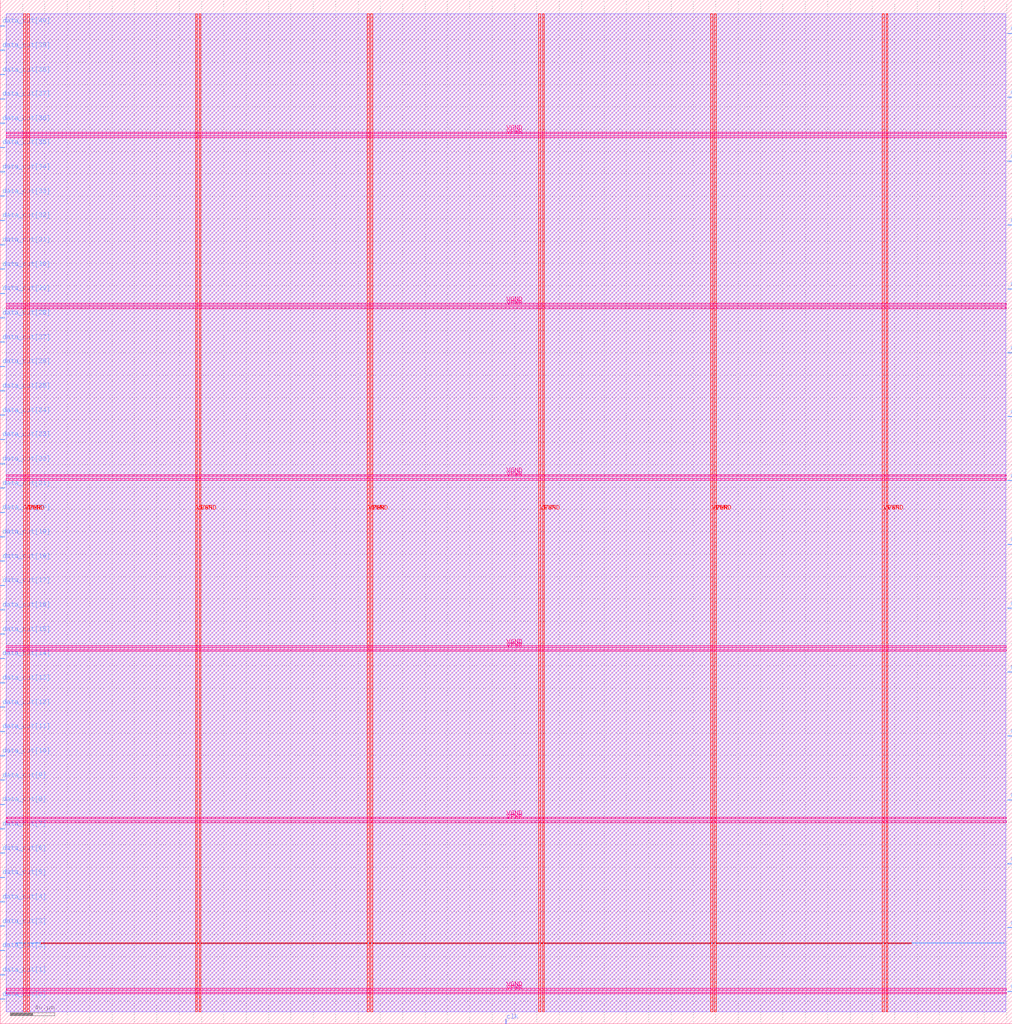
<source format=lef>
VERSION 5.7 ;
  NOWIREEXTENSIONATPIN ON ;
  DIVIDERCHAR "/" ;
  BUSBITCHARS "[]" ;
MACRO FIR_Lowpass_Filter
  CLASS BLOCK ;
  FOREIGN FIR_Lowpass_Filter ;
  ORIGIN 0.000 0.000 ;
  SIZE 905.110 BY 915.830 ;
  PIN VGND
    DIRECTION INOUT ;
    USE GROUND ;
    PORT
      LAYER met4 ;
        RECT 24.340 10.640 25.940 903.280 ;
    END
    PORT
      LAYER met4 ;
        RECT 177.940 10.640 179.540 903.280 ;
    END
    PORT
      LAYER met4 ;
        RECT 331.540 10.640 333.140 903.280 ;
    END
    PORT
      LAYER met4 ;
        RECT 485.140 10.640 486.740 903.280 ;
    END
    PORT
      LAYER met4 ;
        RECT 638.740 10.640 640.340 903.280 ;
    END
    PORT
      LAYER met4 ;
        RECT 792.340 10.640 793.940 903.280 ;
    END
    PORT
      LAYER met5 ;
        RECT 5.280 30.030 899.540 31.630 ;
    END
    PORT
      LAYER met5 ;
        RECT 5.280 183.210 899.540 184.810 ;
    END
    PORT
      LAYER met5 ;
        RECT 5.280 336.390 899.540 337.990 ;
    END
    PORT
      LAYER met5 ;
        RECT 5.280 489.570 899.540 491.170 ;
    END
    PORT
      LAYER met5 ;
        RECT 5.280 642.750 899.540 644.350 ;
    END
    PORT
      LAYER met5 ;
        RECT 5.280 795.930 899.540 797.530 ;
    END
  END VGND
  PIN VPWR
    DIRECTION INOUT ;
    USE POWER ;
    PORT
      LAYER met4 ;
        RECT 21.040 10.640 22.640 903.280 ;
    END
    PORT
      LAYER met4 ;
        RECT 174.640 10.640 176.240 903.280 ;
    END
    PORT
      LAYER met4 ;
        RECT 328.240 10.640 329.840 903.280 ;
    END
    PORT
      LAYER met4 ;
        RECT 481.840 10.640 483.440 903.280 ;
    END
    PORT
      LAYER met4 ;
        RECT 635.440 10.640 637.040 903.280 ;
    END
    PORT
      LAYER met4 ;
        RECT 789.040 10.640 790.640 903.280 ;
    END
    PORT
      LAYER met5 ;
        RECT 5.280 26.730 899.540 28.330 ;
    END
    PORT
      LAYER met5 ;
        RECT 5.280 179.910 899.540 181.510 ;
    END
    PORT
      LAYER met5 ;
        RECT 5.280 333.090 899.540 334.690 ;
    END
    PORT
      LAYER met5 ;
        RECT 5.280 486.270 899.540 487.870 ;
    END
    PORT
      LAYER met5 ;
        RECT 5.280 639.450 899.540 641.050 ;
    END
    PORT
      LAYER met5 ;
        RECT 5.280 792.630 899.540 794.230 ;
    END
  END VPWR
  PIN clk
    DIRECTION INPUT ;
    USE SIGNAL ;
    PORT
      LAYER met2 ;
        RECT 452.270 0.000 452.550 4.000 ;
    END
  END clk
  PIN data_in[0]
    DIRECTION INPUT ;
    USE SIGNAL ;
    PORT
      LAYER met3 ;
        RECT 901.110 28.600 905.110 29.200 ;
    END
  END data_in[0]
  PIN data_in[10]
    DIRECTION INPUT ;
    USE SIGNAL ;
    PORT
      LAYER met3 ;
        RECT 901.110 599.800 905.110 600.400 ;
    END
  END data_in[10]
  PIN data_in[11]
    DIRECTION INPUT ;
    USE SIGNAL ;
    PORT
      LAYER met3 ;
        RECT 901.110 656.920 905.110 657.520 ;
    END
  END data_in[11]
  PIN data_in[12]
    DIRECTION INPUT ;
    USE SIGNAL ;
    PORT
      LAYER met3 ;
        RECT 901.110 714.040 905.110 714.640 ;
    END
  END data_in[12]
  PIN data_in[13]
    DIRECTION INPUT ;
    USE SIGNAL ;
    PORT
      LAYER met3 ;
        RECT 901.110 771.160 905.110 771.760 ;
    END
  END data_in[13]
  PIN data_in[14]
    DIRECTION INPUT ;
    USE SIGNAL ;
    PORT
      LAYER met3 ;
        RECT 901.110 828.280 905.110 828.880 ;
    END
  END data_in[14]
  PIN data_in[15]
    DIRECTION INPUT ;
    USE SIGNAL ;
    PORT
      LAYER met3 ;
        RECT 901.110 885.400 905.110 886.000 ;
    END
  END data_in[15]
  PIN data_in[1]
    DIRECTION INPUT ;
    USE SIGNAL ;
    PORT
      LAYER met3 ;
        RECT 901.110 85.720 905.110 86.320 ;
    END
  END data_in[1]
  PIN data_in[2]
    DIRECTION INPUT ;
    USE SIGNAL ;
    PORT
      LAYER met3 ;
        RECT 901.110 142.840 905.110 143.440 ;
    END
  END data_in[2]
  PIN data_in[3]
    DIRECTION INPUT ;
    USE SIGNAL ;
    PORT
      LAYER met3 ;
        RECT 901.110 199.960 905.110 200.560 ;
    END
  END data_in[3]
  PIN data_in[4]
    DIRECTION INPUT ;
    USE SIGNAL ;
    PORT
      LAYER met3 ;
        RECT 901.110 257.080 905.110 257.680 ;
    END
  END data_in[4]
  PIN data_in[5]
    DIRECTION INPUT ;
    USE SIGNAL ;
    PORT
      LAYER met3 ;
        RECT 901.110 314.200 905.110 314.800 ;
    END
  END data_in[5]
  PIN data_in[6]
    DIRECTION INPUT ;
    USE SIGNAL ;
    PORT
      LAYER met3 ;
        RECT 901.110 371.320 905.110 371.920 ;
    END
  END data_in[6]
  PIN data_in[7]
    DIRECTION INPUT ;
    USE SIGNAL ;
    PORT
      LAYER met3 ;
        RECT 901.110 428.440 905.110 429.040 ;
    END
  END data_in[7]
  PIN data_in[8]
    DIRECTION INPUT ;
    USE SIGNAL ;
    PORT
      LAYER met3 ;
        RECT 901.110 485.560 905.110 486.160 ;
    END
  END data_in[8]
  PIN data_in[9]
    DIRECTION INPUT ;
    USE SIGNAL ;
    PORT
      LAYER met3 ;
        RECT 901.110 542.680 905.110 543.280 ;
    END
  END data_in[9]
  PIN data_out[0]
    DIRECTION OUTPUT TRISTATE ;
    USE SIGNAL ;
    PORT
      LAYER met3 ;
        RECT 0.000 21.800 4.000 22.400 ;
    END
  END data_out[0]
  PIN data_out[10]
    DIRECTION OUTPUT TRISTATE ;
    USE SIGNAL ;
    PORT
      LAYER met3 ;
        RECT 0.000 239.400 4.000 240.000 ;
    END
  END data_out[10]
  PIN data_out[11]
    DIRECTION OUTPUT TRISTATE ;
    USE SIGNAL ;
    PORT
      LAYER met3 ;
        RECT 0.000 261.160 4.000 261.760 ;
    END
  END data_out[11]
  PIN data_out[12]
    DIRECTION OUTPUT TRISTATE ;
    USE SIGNAL ;
    PORT
      LAYER met3 ;
        RECT 0.000 282.920 4.000 283.520 ;
    END
  END data_out[12]
  PIN data_out[13]
    DIRECTION OUTPUT TRISTATE ;
    USE SIGNAL ;
    PORT
      LAYER met3 ;
        RECT 0.000 304.680 4.000 305.280 ;
    END
  END data_out[13]
  PIN data_out[14]
    DIRECTION OUTPUT TRISTATE ;
    USE SIGNAL ;
    PORT
      LAYER met3 ;
        RECT 0.000 326.440 4.000 327.040 ;
    END
  END data_out[14]
  PIN data_out[15]
    DIRECTION OUTPUT TRISTATE ;
    USE SIGNAL ;
    PORT
      LAYER met3 ;
        RECT 0.000 348.200 4.000 348.800 ;
    END
  END data_out[15]
  PIN data_out[16]
    DIRECTION OUTPUT TRISTATE ;
    USE SIGNAL ;
    PORT
      LAYER met3 ;
        RECT 0.000 369.960 4.000 370.560 ;
    END
  END data_out[16]
  PIN data_out[17]
    DIRECTION OUTPUT TRISTATE ;
    USE SIGNAL ;
    PORT
      LAYER met3 ;
        RECT 0.000 391.720 4.000 392.320 ;
    END
  END data_out[17]
  PIN data_out[18]
    DIRECTION OUTPUT TRISTATE ;
    USE SIGNAL ;
    PORT
      LAYER met3 ;
        RECT 0.000 413.480 4.000 414.080 ;
    END
  END data_out[18]
  PIN data_out[19]
    DIRECTION OUTPUT TRISTATE ;
    USE SIGNAL ;
    PORT
      LAYER met3 ;
        RECT 0.000 435.240 4.000 435.840 ;
    END
  END data_out[19]
  PIN data_out[1]
    DIRECTION OUTPUT TRISTATE ;
    USE SIGNAL ;
    PORT
      LAYER met3 ;
        RECT 0.000 43.560 4.000 44.160 ;
    END
  END data_out[1]
  PIN data_out[20]
    DIRECTION OUTPUT TRISTATE ;
    USE SIGNAL ;
    PORT
      LAYER met3 ;
        RECT 0.000 457.000 4.000 457.600 ;
    END
  END data_out[20]
  PIN data_out[21]
    DIRECTION OUTPUT TRISTATE ;
    USE SIGNAL ;
    PORT
      LAYER met3 ;
        RECT 0.000 478.760 4.000 479.360 ;
    END
  END data_out[21]
  PIN data_out[22]
    DIRECTION OUTPUT TRISTATE ;
    USE SIGNAL ;
    PORT
      LAYER met3 ;
        RECT 0.000 500.520 4.000 501.120 ;
    END
  END data_out[22]
  PIN data_out[23]
    DIRECTION OUTPUT TRISTATE ;
    USE SIGNAL ;
    PORT
      LAYER met3 ;
        RECT 0.000 522.280 4.000 522.880 ;
    END
  END data_out[23]
  PIN data_out[24]
    DIRECTION OUTPUT TRISTATE ;
    USE SIGNAL ;
    PORT
      LAYER met3 ;
        RECT 0.000 544.040 4.000 544.640 ;
    END
  END data_out[24]
  PIN data_out[25]
    DIRECTION OUTPUT TRISTATE ;
    USE SIGNAL ;
    PORT
      LAYER met3 ;
        RECT 0.000 565.800 4.000 566.400 ;
    END
  END data_out[25]
  PIN data_out[26]
    DIRECTION OUTPUT TRISTATE ;
    USE SIGNAL ;
    PORT
      LAYER met3 ;
        RECT 0.000 587.560 4.000 588.160 ;
    END
  END data_out[26]
  PIN data_out[27]
    DIRECTION OUTPUT TRISTATE ;
    USE SIGNAL ;
    PORT
      LAYER met3 ;
        RECT 0.000 609.320 4.000 609.920 ;
    END
  END data_out[27]
  PIN data_out[28]
    DIRECTION OUTPUT TRISTATE ;
    USE SIGNAL ;
    PORT
      LAYER met3 ;
        RECT 0.000 631.080 4.000 631.680 ;
    END
  END data_out[28]
  PIN data_out[29]
    DIRECTION OUTPUT TRISTATE ;
    USE SIGNAL ;
    PORT
      LAYER met3 ;
        RECT 0.000 652.840 4.000 653.440 ;
    END
  END data_out[29]
  PIN data_out[2]
    DIRECTION OUTPUT TRISTATE ;
    USE SIGNAL ;
    PORT
      LAYER met3 ;
        RECT 0.000 65.320 4.000 65.920 ;
    END
  END data_out[2]
  PIN data_out[30]
    DIRECTION OUTPUT TRISTATE ;
    USE SIGNAL ;
    PORT
      LAYER met3 ;
        RECT 0.000 674.600 4.000 675.200 ;
    END
  END data_out[30]
  PIN data_out[31]
    DIRECTION OUTPUT TRISTATE ;
    USE SIGNAL ;
    PORT
      LAYER met3 ;
        RECT 0.000 696.360 4.000 696.960 ;
    END
  END data_out[31]
  PIN data_out[32]
    DIRECTION OUTPUT TRISTATE ;
    USE SIGNAL ;
    PORT
      LAYER met3 ;
        RECT 0.000 718.120 4.000 718.720 ;
    END
  END data_out[32]
  PIN data_out[33]
    DIRECTION OUTPUT TRISTATE ;
    USE SIGNAL ;
    PORT
      LAYER met3 ;
        RECT 0.000 739.880 4.000 740.480 ;
    END
  END data_out[33]
  PIN data_out[34]
    DIRECTION OUTPUT TRISTATE ;
    USE SIGNAL ;
    PORT
      LAYER met3 ;
        RECT 0.000 761.640 4.000 762.240 ;
    END
  END data_out[34]
  PIN data_out[35]
    DIRECTION OUTPUT TRISTATE ;
    USE SIGNAL ;
    PORT
      LAYER met3 ;
        RECT 0.000 783.400 4.000 784.000 ;
    END
  END data_out[35]
  PIN data_out[36]
    DIRECTION OUTPUT TRISTATE ;
    USE SIGNAL ;
    PORT
      LAYER met3 ;
        RECT 0.000 805.160 4.000 805.760 ;
    END
  END data_out[36]
  PIN data_out[37]
    DIRECTION OUTPUT TRISTATE ;
    USE SIGNAL ;
    PORT
      LAYER met3 ;
        RECT 0.000 826.920 4.000 827.520 ;
    END
  END data_out[37]
  PIN data_out[38]
    DIRECTION OUTPUT TRISTATE ;
    USE SIGNAL ;
    PORT
      LAYER met3 ;
        RECT 0.000 848.680 4.000 849.280 ;
    END
  END data_out[38]
  PIN data_out[39]
    DIRECTION OUTPUT TRISTATE ;
    USE SIGNAL ;
    PORT
      LAYER met3 ;
        RECT 0.000 870.440 4.000 871.040 ;
    END
  END data_out[39]
  PIN data_out[3]
    DIRECTION OUTPUT TRISTATE ;
    USE SIGNAL ;
    PORT
      LAYER met3 ;
        RECT 0.000 87.080 4.000 87.680 ;
    END
  END data_out[3]
  PIN data_out[40]
    DIRECTION OUTPUT TRISTATE ;
    USE SIGNAL ;
    PORT
      LAYER met3 ;
        RECT 0.000 892.200 4.000 892.800 ;
    END
  END data_out[40]
  PIN data_out[4]
    DIRECTION OUTPUT TRISTATE ;
    USE SIGNAL ;
    PORT
      LAYER met3 ;
        RECT 0.000 108.840 4.000 109.440 ;
    END
  END data_out[4]
  PIN data_out[5]
    DIRECTION OUTPUT TRISTATE ;
    USE SIGNAL ;
    PORT
      LAYER met3 ;
        RECT 0.000 130.600 4.000 131.200 ;
    END
  END data_out[5]
  PIN data_out[6]
    DIRECTION OUTPUT TRISTATE ;
    USE SIGNAL ;
    PORT
      LAYER met3 ;
        RECT 0.000 152.360 4.000 152.960 ;
    END
  END data_out[6]
  PIN data_out[7]
    DIRECTION OUTPUT TRISTATE ;
    USE SIGNAL ;
    PORT
      LAYER met3 ;
        RECT 0.000 174.120 4.000 174.720 ;
    END
  END data_out[7]
  PIN data_out[8]
    DIRECTION OUTPUT TRISTATE ;
    USE SIGNAL ;
    PORT
      LAYER met3 ;
        RECT 0.000 195.880 4.000 196.480 ;
    END
  END data_out[8]
  PIN data_out[9]
    DIRECTION OUTPUT TRISTATE ;
    USE SIGNAL ;
    PORT
      LAYER met3 ;
        RECT 0.000 217.640 4.000 218.240 ;
    END
  END data_out[9]
  OBS
      LAYER li1 ;
        RECT 5.520 10.795 899.300 903.125 ;
      LAYER met1 ;
        RECT 5.520 10.640 899.300 903.280 ;
      LAYER met2 ;
        RECT 558.600 72.345 681.560 72.660 ;
      LAYER met3 ;
        RECT 13.640 72.195 898.080 72.495 ;
      LAYER met4 ;
        RECT 36.880 71.725 174.240 72.345 ;
        RECT 176.640 71.725 177.540 72.345 ;
        RECT 179.940 71.725 327.840 72.345 ;
        RECT 330.240 71.725 331.140 72.345 ;
        RECT 333.540 71.725 481.440 72.345 ;
        RECT 483.840 71.725 484.740 72.345 ;
        RECT 487.140 71.725 635.040 72.345 ;
        RECT 637.440 71.725 638.340 72.345 ;
        RECT 640.740 71.725 788.640 72.345 ;
        RECT 791.040 71.725 791.940 72.345 ;
        RECT 794.340 71.725 814.580 72.345 ;
  END
END FIR_Lowpass_Filter
END LIBRARY


</source>
